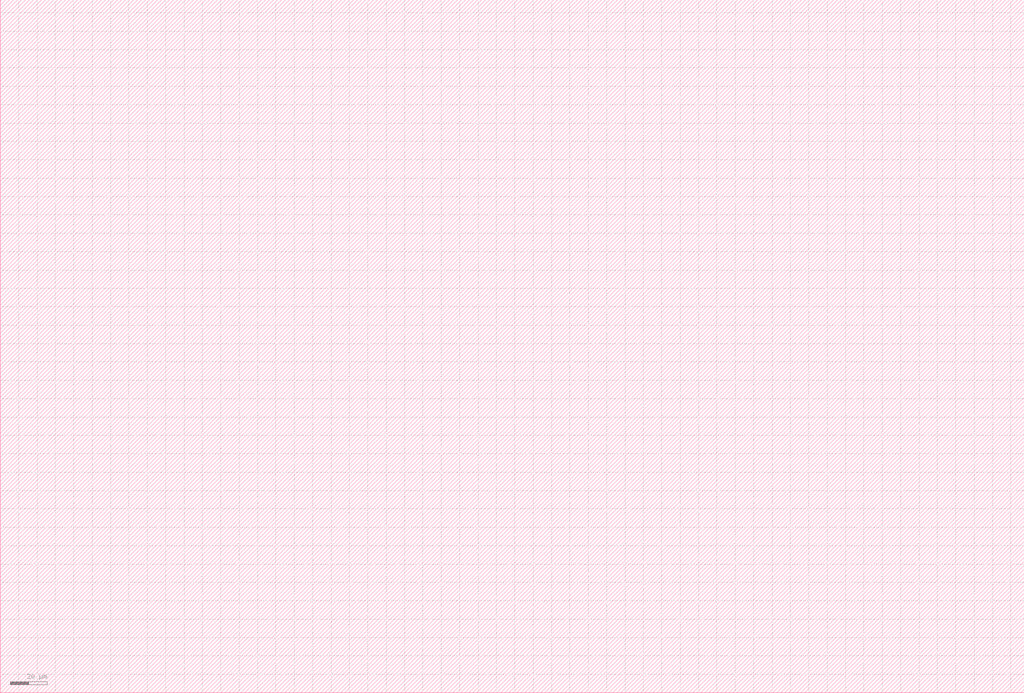
<source format=lef>
MACRO MAS5165
     SIZE 295.300 BY 180.000 ;
END MAS5165

MACRO MAS5166
     SIZE 64.400 BY 66.600 ;
END MAS5166

MACRO MAS5167
     SIZE 33.600 BY 33.300 ;
END MAS5167

MACRO MAS5171
     SIZE 133.800 BY 174.600 ;
END MAS5171

MACRO MAS5172
     SIZE 54.600 BY 67.500 ;
END MAS5172

MACRO MAS5173
     SIZE 34.100 BY 36.900 ;
END MAS5173

MACRO MAS5174
     SIZE 245.600 BY 440.100 ;
END MAS5174

MACRO MAS5175
     SIZE 41.600 BY 44.100 ;
END MAS5175

MACRO MAS5176
     SIZE 245.600 BY 440.100 ;
END MAS5176

MACRO MAS5177
     SIZE 557.200 BY 377.100 ;
END MAS5177

MACRO MAS5178
     SIZE 64.600 BY 266.400 ;
END MAS5178

MACRO MAS5179
     SIZE 245.600 BY 440.100 ;
END MAS5179

MACRO MAS5180
     SIZE 54.600 BY 67.500 ;
END MAS5180

MACRO MAS5181
     SIZE 41.600 BY 44.100 ;
END MAS5181

MACRO MAS5182
     SIZE 245.600 BY 440.100 ;
END MAS5182

MACRO MAS5183
     SIZE 54.600 BY 67.500 ;
END MAS5183

MACRO MAS5184
     SIZE 41.600 BY 44.100 ;
END MAS5184

MACRO MAS5185
     SIZE 557.200 BY 377.100 ;
END MAS5185

MACRO MAS5186
     SIZE 64.600 BY 266.400 ;
END MAS5186

MACRO MAS5187
     SIZE 245.600 BY 440.100 ;
END MAS5187

MACRO MAS5188
     SIZE 41.600 BY 44.100 ;
END MAS5188

MACRO MAS5189
     SIZE 245.600 BY 440.100 ;
END MAS5189

MACRO MAS5190
     SIZE 41.600 BY 44.100 ;
END MAS5190

MACRO MAS5191
     SIZE 557.200 BY 377.100 ;
END MAS5191

MACRO MAS5192
     SIZE 64.600 BY 266.400 ;
END MAS5192

MACRO MAS5193
     SIZE 245.600 BY 440.100 ;
END MAS5193

MACRO MAS5194
     SIZE 54.600 BY 67.500 ;
END MAS5194

MACRO MAS5195
     SIZE 41.600 BY 44.100 ;
END MAS5195

MACRO MAS5196
     SIZE 245.600 BY 440.100 ;
END MAS5196

MACRO MAS5197
     SIZE 557.200 BY 377.100 ;
END MAS5197

MACRO MAS5198
     SIZE 64.600 BY 266.400 ;
END MAS5198

MACRO MAS5199
     SIZE 245.600 BY 440.100 ;
END MAS5199

MACRO MAS5200
     SIZE 41.600 BY 44.100 ;
END MAS5200

MACRO MAS5201
     SIZE 245.600 BY 440.100 ;
END MAS5201

MACRO MAS5203
     SIZE 557.200 BY 377.100 ;
END MAS5203

MACRO MAS5204
     SIZE 64.600 BY 266.400 ;
END MAS5204

MACRO MAS5205
     SIZE 41.400 BY 399.600 ;
END MAS5205

MACRO MAS5206
     SIZE 41.600 BY 44.100 ;
END MAS5206

MACRO MAS5207
     SIZE 92.400 BY 431.100 ;
END MAS5207

MACRO MAS5208
     SIZE 23.200 BY 29.700 ;
END MAS5208

MACRO MAS5209
     SIZE 41.400 BY 189.900 ;
END MAS5209

MACRO MAS5210
     SIZE 54.600 BY 67.500 ;
END MAS5210

MACRO MAS5211
     SIZE 34.100 BY 36.900 ;
END MAS5211

MACRO MAS5217
     SIZE 44.100 BY 207.000 ;
END MAS5217

MACRO MAS5220
     SIZE 44.100 BY 207.000 ;
END MAS5220

MACRO MAS5223
     SIZE 574.500 BY 252.000 ;
END MAS5223

MACRO MAS5224
     SIZE 64.400 BY 66.600 ;
END MAS5224

MACRO MAS5225
     SIZE 42.300 BY 40.500 ;
END MAS5225

MACRO MAS5226
     SIZE 574.500 BY 252.000 ;
END MAS5226

MACRO MAS5227
     SIZE 574.500 BY 252.000 ;
END MAS5227

MACRO MAS5228
     SIZE 42.300 BY 40.500 ;
END MAS5228

MACRO MAS5230
     SIZE 574.500 BY 252.000 ;
END MAS5230

MACRO MAS5231
     SIZE 133.800 BY 618.300 ;
END MAS5231

MACRO MAS5232
     SIZE 54.600 BY 68.400 ;
END MAS5232

MACRO MAS5233
     SIZE 41.600 BY 44.100 ;
END MAS5233

MACRO MAS5234
     SIZE 574.500 BY 252.000 ;
END MAS5234

MACRO MAS5235
     SIZE 64.400 BY 66.600 ;
END MAS5235

MACRO MAS5236
     SIZE 42.300 BY 40.500 ;
END MAS5236

MACRO MAS5238
     SIZE 574.500 BY 252.000 ;
END MAS5238

MACRO MAS5239
     SIZE 574.500 BY 252.000 ;
END MAS5239

MACRO MAS5240
     SIZE 64.400 BY 66.600 ;
END MAS5240

MACRO MAS5241
     SIZE 42.300 BY 40.500 ;
END MAS5241

MACRO MAS5242
     SIZE 574.500 BY 252.000 ;
END MAS5242

MACRO MAS5243
     SIZE 42.300 BY 40.500 ;
END MAS5243

MACRO MAS5244
     SIZE 133.800 BY 618.300 ;
END MAS5244

MACRO MAS5245
     SIZE 41.600 BY 44.100 ;
END MAS5245

MACRO MAS5246
     SIZE 22.200 BY 231.300 ;
END MAS5246

MACRO MAS5247
     SIZE 22.200 BY 231.300 ;
END MAS5247

MACRO MAS5252
     SIZE 53.500 BY 198.000 ;
END MAS5252

MACRO MAS5253
     SIZE 54.600 BY 67.500 ;
END MAS5253

MACRO MAS5254
     SIZE 21.700 BY 20.700 ;
END MAS5254

MACRO MAS5255
     SIZE 53.500 BY 198.000 ;
END MAS5255

MACRO MAS5256
     SIZE 54.600 BY 67.500 ;
END MAS5256

MACRO MAS5257
     SIZE 21.700 BY 20.700 ;
END MAS5257

MACRO MAS5258
     SIZE 53.500 BY 198.000 ;
END MAS5258

MACRO MAS5259
     SIZE 21.700 BY 20.700 ;
END MAS5259

MACRO MAS5260
     SIZE 53.500 BY 198.000 ;
END MAS5260

MACRO MAS5261
     SIZE 53.500 BY 198.000 ;
END MAS5261

MACRO MAS5262
     SIZE 34.800 BY 210.600 ;
END MAS5262

MACRO MAS5263
     SIZE 46.000 BY 397.800 ;
END MAS5263

MACRO MAS5264
     SIZE 71.600 BY 81.000 ;
END MAS5264

MACRO MAS5265
     SIZE 23.200 BY 29.700 ;
END MAS5265

MACRO MAS5266
     SIZE 34.800 BY 231.300 ;
END MAS5266

MACRO MAS5290
     SIZE 7.300 BY 7.200 ;
END MAS5290

MACRO MAS5310
     SIZE 7.300 BY 7.200 ;
END MAS5310

END LIBRARY

</source>
